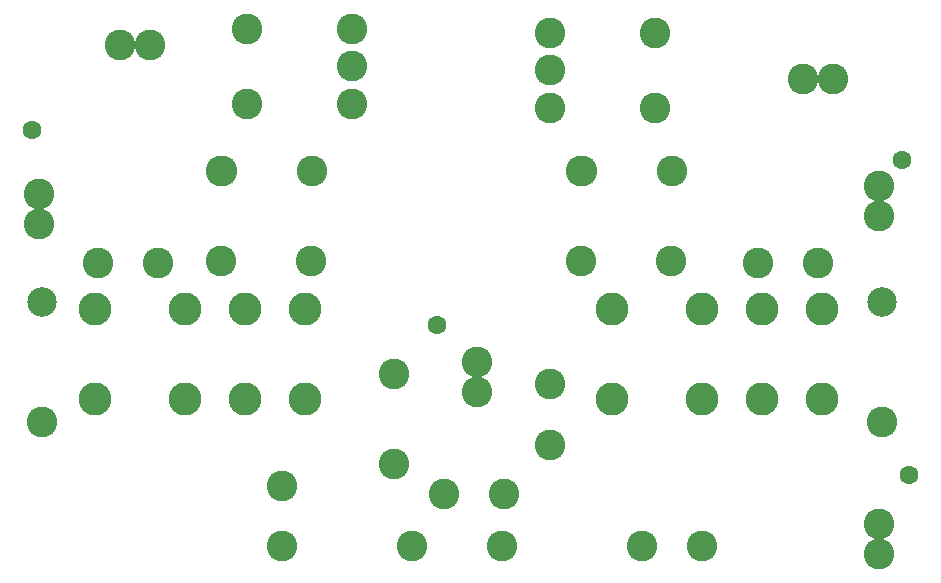
<source format=gbr>
%FSLAX34Y34*%
%MOMM*%
%LNSOLDERMASK_BOTTOM*%
G71*
G01*
%ADD10C,2.600*%
%ADD11C,2.600*%
%ADD12C,2.500*%
%ADD13C,2.800*%
%ADD14C,1.600*%
%LPD*%
X196267Y390766D02*
G54D10*
D03*
X196217Y314516D02*
G54D10*
D03*
X196267Y390766D02*
G54D11*
D03*
X272458Y390692D02*
G54D10*
D03*
X196208Y390742D02*
G54D10*
D03*
X272458Y390692D02*
G54D11*
D03*
X272458Y390692D02*
G54D10*
D03*
X272408Y314442D02*
G54D10*
D03*
X272458Y390692D02*
G54D11*
D03*
X501067Y390766D02*
G54D10*
D03*
X501017Y314516D02*
G54D10*
D03*
X501067Y390766D02*
G54D11*
D03*
X577258Y390692D02*
G54D10*
D03*
X501008Y390742D02*
G54D10*
D03*
X577258Y390692D02*
G54D11*
D03*
X577258Y390692D02*
G54D10*
D03*
X577208Y314442D02*
G54D10*
D03*
X577258Y390692D02*
G54D11*
D03*
X41723Y371761D02*
G54D10*
D03*
X41723Y346361D02*
G54D10*
D03*
X752923Y378111D02*
G54D10*
D03*
X752923Y352711D02*
G54D10*
D03*
X217850Y511373D02*
G54D10*
D03*
X217850Y447873D02*
G54D10*
D03*
X306750Y511373D02*
G54D10*
D03*
X306750Y479623D02*
G54D10*
D03*
X306750Y447873D02*
G54D10*
D03*
X563290Y444580D02*
G54D10*
D03*
X563290Y508080D02*
G54D10*
D03*
X474390Y444580D02*
G54D10*
D03*
X474390Y476330D02*
G54D10*
D03*
X474390Y508080D02*
G54D10*
D03*
X412750Y229450D02*
G54D10*
D03*
X412750Y204050D02*
G54D10*
D03*
X247650Y124550D02*
G54D10*
D03*
X247650Y73750D02*
G54D10*
D03*
X552450Y73750D02*
G54D10*
D03*
X603250Y73750D02*
G54D10*
D03*
X342317Y219316D02*
G54D10*
D03*
X342267Y143066D02*
G54D10*
D03*
X342317Y219316D02*
G54D11*
D03*
X474330Y210302D02*
G54D10*
D03*
X474443Y159321D02*
G54D10*
D03*
X474331Y210302D02*
G54D11*
D03*
X435603Y117874D02*
G54D10*
D03*
X384622Y117761D02*
G54D10*
D03*
X435603Y117874D02*
G54D11*
D03*
X433815Y73138D02*
G54D10*
D03*
X357566Y73188D02*
G54D10*
D03*
X433815Y73139D02*
G54D11*
D03*
X752923Y92361D02*
G54D10*
D03*
X752923Y66961D02*
G54D10*
D03*
X44450Y178650D02*
G54D12*
D03*
X44450Y280250D02*
G54D12*
D03*
X89285Y197935D02*
G54D13*
D03*
X89285Y274135D02*
G54D13*
D03*
X165485Y197935D02*
G54D13*
D03*
X216285Y197935D02*
G54D13*
D03*
X267085Y197935D02*
G54D13*
D03*
X165485Y274135D02*
G54D13*
D03*
X216285Y274135D02*
G54D13*
D03*
X267085Y274135D02*
G54D13*
D03*
X142709Y312825D02*
G54D10*
D03*
X91729Y312713D02*
G54D10*
D03*
X527050Y197700D02*
G54D13*
D03*
X527050Y273900D02*
G54D13*
D03*
X603250Y197700D02*
G54D13*
D03*
X654050Y197700D02*
G54D13*
D03*
X704850Y197700D02*
G54D13*
D03*
X603250Y273900D02*
G54D13*
D03*
X654050Y273900D02*
G54D13*
D03*
X704850Y273900D02*
G54D13*
D03*
X755650Y178650D02*
G54D12*
D03*
X755650Y280250D02*
G54D12*
D03*
X701510Y312825D02*
G54D10*
D03*
X650529Y312713D02*
G54D10*
D03*
X110309Y497922D02*
G54D10*
D03*
X135809Y497922D02*
G54D10*
D03*
X713913Y468625D02*
G54D10*
D03*
X688413Y468625D02*
G54D10*
D03*
X142709Y312825D02*
G54D10*
D03*
X44450Y178650D02*
G54D10*
D03*
X755650Y178650D02*
G54D10*
D03*
X650529Y312713D02*
G54D10*
D03*
X89285Y197935D02*
G54D10*
D03*
X603250Y197700D02*
G54D10*
D03*
X527050Y197700D02*
G54D10*
D03*
X35700Y426010D02*
G54D14*
D03*
X772300Y400610D02*
G54D14*
D03*
X378600Y260910D02*
G54D14*
D03*
X778650Y133910D02*
G54D14*
D03*
M02*

</source>
